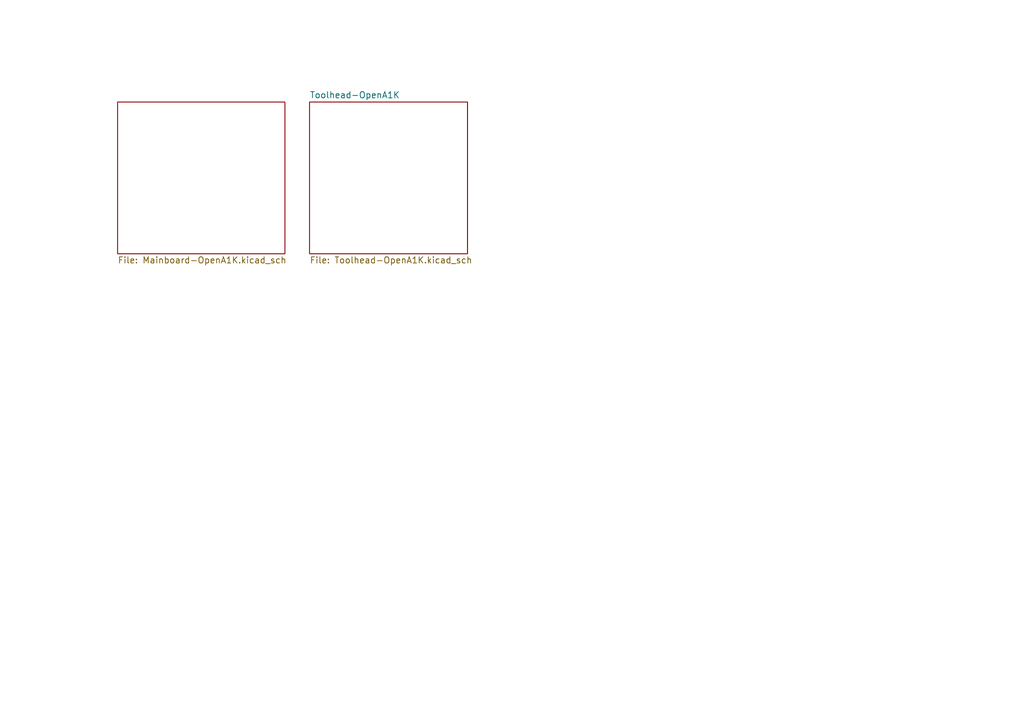
<source format=kicad_sch>
(kicad_sch
	(version 20250114)
	(generator "eeschema")
	(generator_version "9.0")
	(uuid "21133c32-3cd4-4050-babc-e77cc2031358")
	(paper "A5")
	(title_block
		(title "OpenA1Klipper (Based on Nyoomies KME)")
		(date "2024-04-01")
		(rev "4.3")
		(company "Cyclonekitten")
		(comment 1 "CERN OHL v2 - S")
	)
	(lib_symbols)
	(sheet
		(at 24.13 20.955)
		(size 34.29 31.115)
		(exclude_from_sim no)
		(in_bom yes)
		(on_board yes)
		(dnp no)
		(fields_autoplaced yes)
		(stroke
			(width 0.1524)
			(type solid)
		)
		(fill
			(color 0 0 0 0.0000)
		)
		(uuid "2df31033-849e-4f42-8360-2ac27bde91b0")
		(property "Sheetname" "Mainboard-OpenA1K"
			(at 24.13 20.2434 0)
			(effects
				(font
					(size 1.27 1.27)
				)
				(justify left bottom)
				(hide yes)
			)
		)
		(property "Sheetfile" "Mainboard-OpenA1K.kicad_sch"
			(at 24.13 52.6546 0)
			(effects
				(font
					(size 1.27 1.27)
				)
				(justify left top)
			)
		)
		(instances
			(project "OpenA1K"
				(path "/21133c32-3cd4-4050-babc-e77cc2031358"
					(page "6")
				)
			)
		)
	)
	(sheet
		(at 63.5 20.955)
		(size 32.385 31.115)
		(exclude_from_sim no)
		(in_bom yes)
		(on_board yes)
		(dnp no)
		(fields_autoplaced yes)
		(stroke
			(width 0.1524)
			(type solid)
		)
		(fill
			(color 0 0 0 0.0000)
		)
		(uuid "7a164b81-1b5c-4837-b2e1-1d237fa58bb9")
		(property "Sheetname" "Toolhead-OpenA1K"
			(at 63.5 20.2434 0)
			(effects
				(font
					(size 1.27 1.27)
				)
				(justify left bottom)
			)
		)
		(property "Sheetfile" "Toolhead-OpenA1K.kicad_sch"
			(at 63.5 52.6546 0)
			(effects
				(font
					(size 1.27 1.27)
				)
				(justify left top)
			)
		)
		(instances
			(project "OpenA1K"
				(path "/21133c32-3cd4-4050-babc-e77cc2031358"
					(page "7")
				)
			)
		)
	)
	(sheet_instances
		(path "/"
			(page "1")
		)
	)
	(embedded_fonts no)
)

</source>
